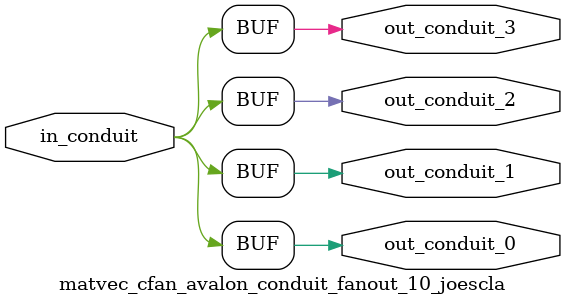
<source format=sv>


 


// --------------------------------------------------------------------------------
//| Avalon Conduit Fan-Out
// --------------------------------------------------------------------------------

// ------------------------------------------
// Generation parameters:
//   output_name:       matvec_cfan_avalon_conduit_fanout_10_joescla
//   numFanOut:         4
//   
// ------------------------------------------

module matvec_cfan_avalon_conduit_fanout_10_joescla (     

// Interface: out_conduit_0
 output                    out_conduit_0,
// Interface: out_conduit_1
 output                    out_conduit_1,
// Interface: out_conduit_2
 output                    out_conduit_2,
// Interface: out_conduit_3
 output                    out_conduit_3,

// Interface: in_conduit
 input                   in_conduit

);

   assign  out_conduit_0 = in_conduit;
   assign  out_conduit_1 = in_conduit;
   assign  out_conduit_2 = in_conduit;
   assign  out_conduit_3 = in_conduit;

endmodule //


</source>
